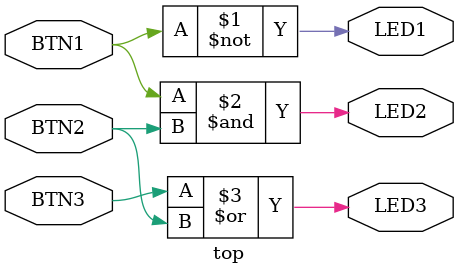
<source format=v>
module top (
    input BTN1,
    input BTN2,
    input BTN3,
    output LED1,
    output LED2,
    output LED3,
);

    assign LED1 = ~ BTN1;
    assign LED2 = BTN1 & BTN2;
    assign LED3 = BTN3 | BTN2;

endmodule

</source>
